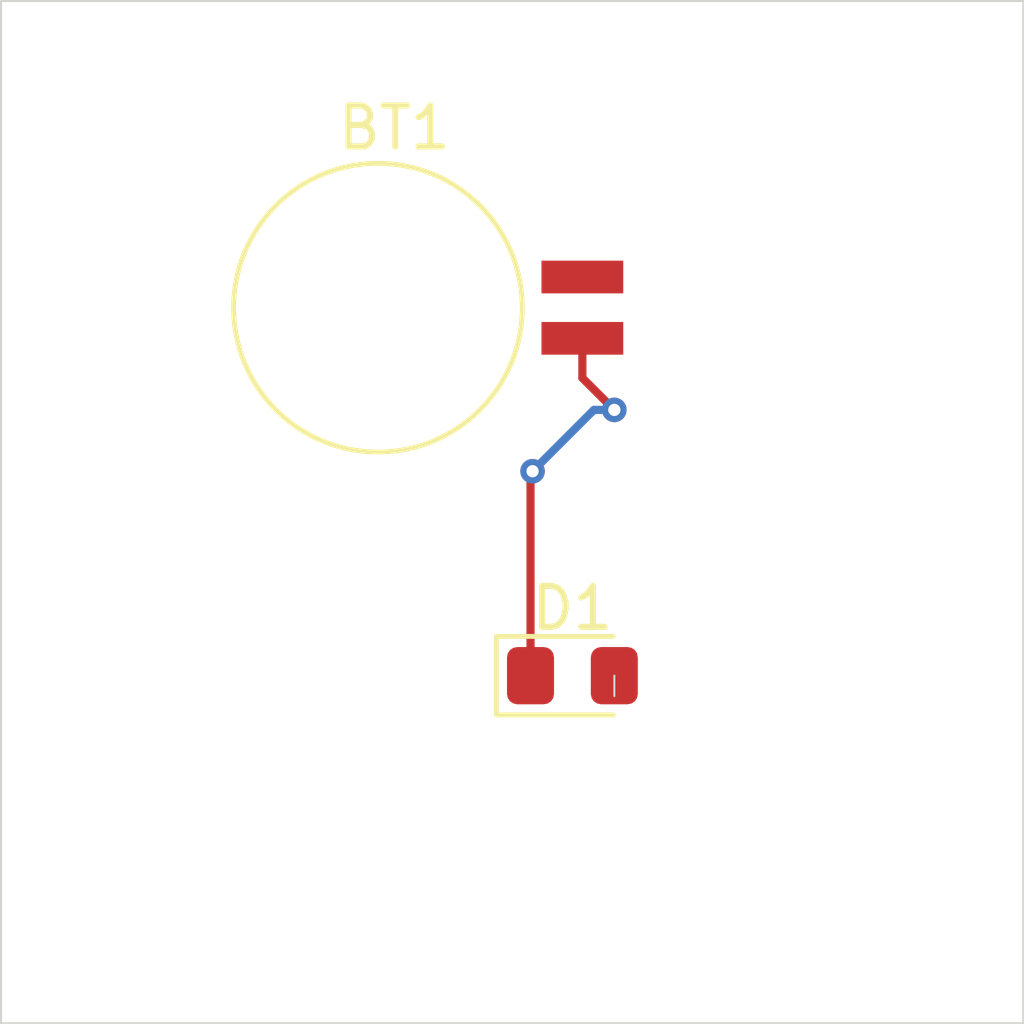
<source format=kicad_pcb>
(kicad_pcb (version 20240108) (generator "pcbnew") (generator_version "8.0")
  (title_block (title "PCB Intro") (date "2024-10-08 ") (rev "01"))
  (layers (0 "F.Cu" signal) (31 "B.Cu" signal) (34 "B.Paste" user) (35 "F.Paste" user) (36 "B.SilkS" user "B.Silkscreen") (37 "F.SilkS" user "F.Silkscreen") (38 "B.Mask" user) (39 "F.Mask" user) (44 "Edge.Cuts" user))
  (net 0 "")
  (net 1 "Net-(BT1--)")
  (net 2 "Net-(BT1-+)")
  (net 3 "Net-(D1-A)")
  (footprint "LED_SMD:LED_0805_2012Metric_Pad1.15x1.40mm_HandSolder" (layer "F.Cu") (at 50.475 40)
    (property "Reference" "D1" (at 0 -1.65 0) (layer "F.SilkS"))
    (property "Value" "LED")
    (fp_line (start -1.86 -0.96) (end -1.86 0.96) (stroke (width 0.12)) (layer "F.SilkS"))
    (fp_line (start -1.86 0.96) (end 1 0.96) (stroke (width 0.12)) (layer "F.SilkS"))
    (fp_line (start 1 -0.96) (end -1.86 -0.96) (stroke (width 0.12)) (layer "F.SilkS"))
    (pad "1" smd roundrect (at -1.025 0) (size 1.15 1.4) (layers "F.Cu" "F.Paste" "F.Mask") (roundrect_rratio 0.217391) (net 1 "Net-(BT1--)"))
    (pad "2" smd roundrect (at 1.025 0) (size 1.15 1.4) (layers "F.Cu" "F.Paste" "F.Mask") (roundrect_rratio 0.217391) (net 3 "Net-(D1-A)"))
  )
  (footprint "Battery:BatteryHolder_Seiko_MS621F" (layer "F.Cu") (at 50.718102 31)
    (property "Reference" "BT1" (at -4.6 -4.4 0) (layer "F.SilkS"))
    (property "Value" "Battery")
    (fp_circle (center -5 0) (end -1.47 0) (stroke (width 0.12)) (fill none) (layer "F.SilkS"))
    (pad "1" smd rect (at 0 -0.75) (size 2 0.8) (layers "F.Cu" "F.Paste" "F.Mask") (net 2 "Net-(BT1-+)"))
    (pad "2" smd rect (at 0 0.75) (size 2 0.8) (layers "F.Cu" "F.Paste" "F.Mask") (net 1 "Net-(BT1--)"))
  )
  (gr_rect (start 36.5 23.5) (end 61.5 48.5) (stroke (width 0.05)) (fill none) (layer "Edge.Cuts"))
  (gr_rect (start 51.5 40) (end 51.5 40.5) (stroke (width 0.05)) (fill none) (layer "Edge.Cuts"))
  (segment (start 49.45 40) (end 49.45 35.05) (width 0.2) (layer "F.Cu") (net 1))
  (segment (start 50.718102 32.718102) (end 50.718102 31.75) (width 0.2) (layer "F.Cu") (net 1))
  (segment (start 51.5 33.5) (end 50.718102 32.718102) (width 0.2) (layer "F.Cu") (net 1))
  (segment (start 49.45 35.05) (end 49.5 35) (width 0.2) (layer "F.Cu") (net 1))
  (via (at 51.5 33.5) (size 0.6) (drill 0.3) (layers "F.Cu" "B.Cu") (net 1))
  (via (at 49.5 35) (size 0.6) (drill 0.3) (layers "F.Cu" "B.Cu") (net 1))
  (segment (start 51 33.5) (end 51.5 33.5) (width 0.2) (layer "B.Cu") (net 1))
  (segment (start 49.5 35) (end 51 33.5) (width 0.2) (layer "B.Cu") (net 1))
)
</source>
